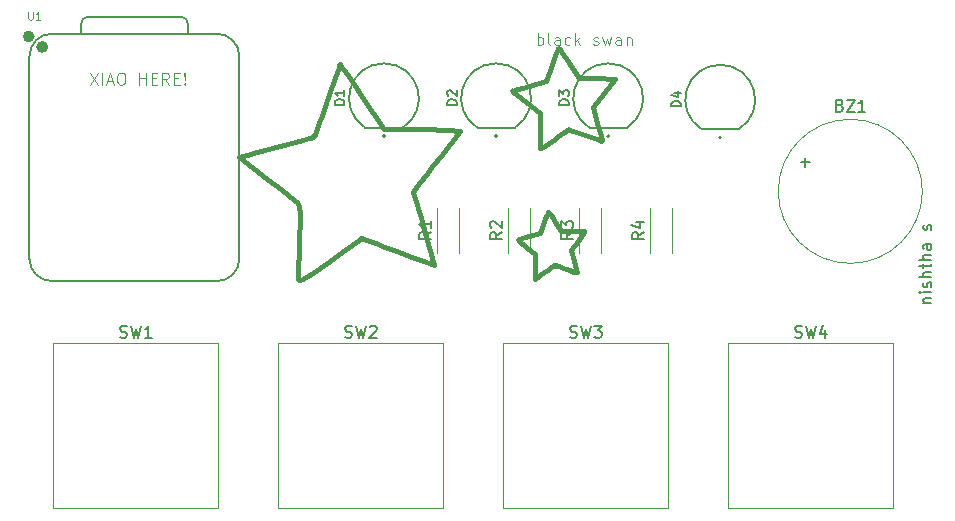
<source format=gbr>
%TF.GenerationSoftware,KiCad,Pcbnew,9.0.2*%
%TF.CreationDate,2025-08-01T16:28:31+05:30*%
%TF.ProjectId,xiao-timer,7869616f-2d74-4696-9d65-722e6b696361,rev?*%
%TF.SameCoordinates,Original*%
%TF.FileFunction,Legend,Top*%
%TF.FilePolarity,Positive*%
%FSLAX46Y46*%
G04 Gerber Fmt 4.6, Leading zero omitted, Abs format (unit mm)*
G04 Created by KiCad (PCBNEW 9.0.2) date 2025-08-01 16:28:31*
%MOMM*%
%LPD*%
G01*
G04 APERTURE LIST*
%ADD10C,0.400000*%
%ADD11C,0.100000*%
%ADD12C,0.150000*%
%ADD13C,0.101600*%
%ADD14C,0.127000*%
%ADD15C,0.200000*%
%ADD16C,0.120000*%
%ADD17C,0.504000*%
G04 APERTURE END LIST*
D10*
X129567018Y-72838955D02*
X129160874Y-71433418D01*
X125397778Y-80361431D02*
X125288844Y-80578616D01*
X126004845Y-84848993D02*
G75*
G02*
X126102646Y-84864997I-45J-307107D01*
G01*
X100779157Y-75287781D02*
X99931758Y-75524673D01*
X107744846Y-67859515D02*
G75*
G02*
X107779018Y-67836882I32254J-11585D01*
G01*
X126630763Y-73654192D02*
X126940469Y-73438871D01*
X123812765Y-69663597D02*
X123265287Y-69815243D01*
X126102642Y-84865009D02*
X126341802Y-84942018D01*
X111539025Y-83274116D02*
X112348638Y-83577389D01*
X129070374Y-74000175D02*
X129517690Y-74157292D01*
X114558370Y-77823370D02*
X115071824Y-77164557D01*
X114968328Y-82139971D02*
X114677515Y-81137127D01*
X126341802Y-84942018D02*
X126634130Y-85044377D01*
X127564435Y-84495268D02*
X127296903Y-83578161D01*
X122410160Y-70155934D02*
X122726068Y-70417404D01*
X104377245Y-86145989D02*
G75*
G02*
X104249396Y-86028223I2955J131489D01*
G01*
X126263184Y-66509281D02*
X126104332Y-66870341D01*
X103303006Y-78843670D02*
X103980678Y-79384421D01*
X106940582Y-84472471D02*
X107960123Y-83740326D01*
X129844394Y-73842503D02*
X129720406Y-73380483D01*
X127743101Y-85153252D02*
X127664472Y-84849368D01*
X130101182Y-70235455D02*
X131041490Y-69037493D01*
X123801716Y-82372493D02*
X123453197Y-82476144D01*
X123531473Y-71053972D02*
X124670015Y-71927452D01*
X123094705Y-70714303D02*
X123531473Y-71053972D01*
X129948797Y-74248211D02*
X129844394Y-73842503D01*
X101582758Y-77501841D02*
X102492320Y-78206126D01*
X107093646Y-69679358D02*
X106699515Y-70826986D01*
X104333084Y-79815139D02*
G75*
G02*
X104399396Y-80287062I-1305484J-424061D01*
G01*
X107819114Y-67859448D02*
X107819138Y-67859431D01*
X105392209Y-74007749D02*
X105282074Y-74050672D01*
X123159563Y-82577465D02*
X122921918Y-82670456D01*
X114584966Y-73315489D02*
X113677454Y-73304598D01*
X104402969Y-80836535D02*
X104330573Y-82753493D01*
X115582631Y-84237121D02*
X115474273Y-83873469D01*
X108822784Y-83123902D02*
X109601581Y-82569207D01*
X113677454Y-73304598D02*
X111511392Y-73291993D01*
X127296903Y-83578161D02*
X127888459Y-82816407D01*
X124745499Y-74942993D02*
G75*
G02*
X124714953Y-74914072I1J30593D01*
G01*
X109621091Y-82562993D02*
G75*
G02*
X109641832Y-82566728I9J-59407D01*
G01*
X117976649Y-73482493D02*
X116910082Y-73399848D01*
X125035015Y-81206989D02*
X124710839Y-82118493D01*
X125397778Y-80361431D02*
G75*
G02*
X125443864Y-80347865I29122J-13869D01*
G01*
X114326480Y-78128465D02*
X114558370Y-77823370D01*
X129160874Y-71433418D02*
X130101182Y-70235455D01*
X124300198Y-84958407D02*
X124272481Y-86006937D01*
X125165412Y-80861187D02*
X125035015Y-81206989D01*
X102688503Y-74762036D02*
X100779157Y-75287781D01*
X126314328Y-66493360D02*
G75*
G02*
X126373021Y-66548477I-106428J-172140D01*
G01*
X124272481Y-86006937D02*
X125068159Y-85427965D01*
X122410160Y-70155934D02*
G75*
G02*
X122388488Y-70113518I38340J46334D01*
G01*
X129948797Y-74248211D02*
G75*
G02*
X129940945Y-74281553I-35697J-9189D01*
G01*
X128545318Y-73806494D02*
X129070374Y-74000175D01*
X124798214Y-74927110D02*
X125103065Y-74725325D01*
X115762676Y-84831749D02*
X115582631Y-84237121D01*
X122411419Y-70079753D02*
X122411410Y-70079725D01*
X125443886Y-80347830D02*
G75*
G02*
X125495088Y-80395640I-93886J-151870D01*
G01*
X105944659Y-72970197D02*
X105626944Y-73823305D01*
X128456290Y-81965772D02*
G75*
G02*
X128479998Y-81991322I-1890J-25528D01*
G01*
X126263184Y-66509281D02*
G75*
G02*
X126314358Y-66493311I32516J-14219D01*
G01*
X99260000Y-75715000D02*
X101582758Y-77501841D01*
X123609965Y-83355281D02*
X124327915Y-83909878D01*
X129517690Y-74157292D02*
X129909998Y-74289951D01*
X125454302Y-74486007D02*
X125856749Y-74201995D01*
X103980678Y-79384421D02*
G75*
G02*
X104177181Y-79560585I-1502078J-1873179D01*
G01*
X126940469Y-73438871D02*
X127037191Y-73377698D01*
X115683978Y-76383800D02*
X116338582Y-75553832D01*
X108969047Y-69521000D02*
X108362728Y-68640213D01*
X123334840Y-83136434D02*
X123609965Y-83355281D01*
X125648070Y-80608870D02*
X125495090Y-80395639D01*
X105282074Y-74050672D02*
X105175515Y-74083052D01*
X107744846Y-67859515D02*
X107435718Y-68713734D01*
X131041490Y-69037493D02*
X129521031Y-69001949D01*
X116356342Y-73367121D02*
X115520539Y-73337777D01*
X112348638Y-83577389D02*
X113217426Y-83900677D01*
X126020048Y-81162973D02*
X125825596Y-80866912D01*
X104287964Y-83898243D02*
X104257946Y-84920357D01*
X128190891Y-81946270D02*
X127873162Y-81931861D01*
X107435718Y-68713734D02*
X107093646Y-69679358D01*
X109601581Y-82569207D02*
G75*
G02*
X109621091Y-82563004I19419J-27293D01*
G01*
X122805020Y-69953728D02*
X122411410Y-70079725D01*
X104668744Y-74218155D02*
X102688503Y-74762036D01*
X114018846Y-84197113D02*
X114596595Y-84408493D01*
X115242484Y-83081214D02*
X114968328Y-82139971D01*
X105462134Y-73974646D02*
X105392209Y-74007749D01*
X127765761Y-85454806D02*
X127765758Y-85454814D01*
X105626944Y-73823305D02*
G75*
G02*
X105556521Y-73919032I-203044J75605D01*
G01*
X105239815Y-85689359D02*
G75*
G02*
X104636008Y-86079702I-4222315J5869159D01*
G01*
X114596595Y-84408493D02*
X115762676Y-84831749D01*
X127539905Y-73469282D02*
X128012380Y-73616293D01*
X125103065Y-74725325D02*
X125454302Y-74486007D01*
X123265287Y-69815243D02*
X122805020Y-69953728D01*
X127873162Y-81931861D02*
X127495765Y-81926882D01*
X104249410Y-86028221D02*
G75*
G02*
X104238898Y-85783157I1980790J207721D01*
G01*
X129940945Y-74281553D02*
G75*
G02*
X129909993Y-74289967I-21745J18853D01*
G01*
X129521031Y-69001949D02*
X128000573Y-68966404D01*
X126373021Y-66548477D02*
X126373027Y-66548473D01*
X124692188Y-74500085D02*
X124714936Y-74914073D01*
X107960123Y-83740326D02*
X108822784Y-83123902D01*
X128480015Y-81991322D02*
G75*
G02*
X128467088Y-82033391I-75315J122D01*
G01*
X126264056Y-73912073D02*
X126630763Y-73654192D01*
X122915499Y-82766491D02*
G75*
G02*
X122892330Y-82713588I48101J52591D01*
G01*
X124714961Y-74914072D02*
X124714936Y-74914073D01*
X124670015Y-73435222D02*
X124675441Y-74013365D01*
X126614422Y-66888990D02*
X126373027Y-66548473D01*
X122915499Y-82766491D02*
X123102998Y-82938012D01*
X125856749Y-74201995D02*
X126264056Y-73912073D01*
X104330573Y-82753493D02*
X104287964Y-83898243D01*
X104177178Y-79560588D02*
G75*
G02*
X104333092Y-79815136I-452378J-452112D01*
G01*
X116910082Y-73399848D02*
X116356342Y-73367121D01*
X125241515Y-69280648D02*
X123812765Y-69663597D01*
X128115185Y-82519869D02*
X128306245Y-82259814D01*
X105556515Y-73919025D02*
G75*
G02*
X105462132Y-73974642I-266715J344725D01*
G01*
X126634130Y-85044377D02*
X126953921Y-85165672D01*
X122726068Y-70417404D02*
X123094705Y-70714303D01*
X127805979Y-85415489D02*
G75*
G02*
X127796989Y-85447374I-32979J-7911D01*
G01*
X110195392Y-82771885D02*
X110811913Y-83001467D01*
X127888459Y-82816407D02*
X128115185Y-82519869D01*
X128306245Y-82259814D02*
X128467099Y-82033399D01*
X105175515Y-74083052D02*
X104668744Y-74218155D01*
X128012380Y-73616293D02*
X128545318Y-73806494D01*
X125288844Y-80578616D02*
X125165412Y-80861187D01*
X122921930Y-82670487D02*
X122921918Y-82670456D01*
X104257946Y-84920357D02*
X104238893Y-85783157D01*
X127805979Y-85415489D02*
X127743101Y-85153252D01*
X127796978Y-85447363D02*
G75*
G02*
X127765756Y-85454823I-21678J21663D01*
G01*
X124675441Y-74013365D02*
X124692188Y-74500085D01*
X127495765Y-81926882D02*
X126511515Y-81925771D01*
X128000573Y-68966404D02*
X127204312Y-67758845D01*
X108362728Y-68640213D02*
X107819138Y-67859431D01*
X126104332Y-66870341D02*
X125925522Y-67316637D01*
X123453197Y-82476144D02*
X123159563Y-82577465D01*
X104636007Y-86079700D02*
G75*
G02*
X104377245Y-86145996I-247607J428300D01*
G01*
X102492320Y-78206126D02*
X103303006Y-78843670D01*
X129720406Y-73380483D02*
X129567018Y-72838955D01*
X113217426Y-83900677D02*
X114018846Y-84197113D01*
X109641838Y-82566713D02*
X110195392Y-82771885D01*
X127534897Y-85379049D02*
X127765758Y-85454814D01*
X109676954Y-70566312D02*
X108969047Y-69521000D01*
X110811913Y-83001467D02*
X111539025Y-83274116D01*
X125383233Y-85206167D02*
X125671527Y-85019066D01*
X125825596Y-80866912D02*
X125648070Y-80608870D01*
X127266224Y-85284553D02*
X127534897Y-85379049D01*
X126511515Y-81925771D02*
X126020048Y-81162973D01*
X113952444Y-78631761D02*
X114326480Y-78128465D01*
X106699515Y-70826986D02*
X106300907Y-71981599D01*
X111511392Y-73291993D02*
X109676954Y-70566312D01*
X125671527Y-85019066D02*
X125916375Y-84872731D01*
X126953921Y-85165672D02*
X127266224Y-85284553D01*
X122388473Y-70113519D02*
G75*
G02*
X122411414Y-70079738I32927J2319D01*
G01*
X123102998Y-82938012D02*
X123334840Y-83136434D01*
X127664472Y-84849368D02*
X127564435Y-84495268D01*
X106300907Y-71981599D02*
X105944659Y-72970197D01*
X99931758Y-75524673D02*
X99260000Y-75715000D01*
X115071824Y-77164557D02*
X115683978Y-76383800D01*
X125916375Y-84872731D02*
G75*
G02*
X126004845Y-84848976I88525J-153069D01*
G01*
X125731059Y-67858042D02*
X125241515Y-69280648D01*
X125068159Y-85427965D02*
X125383233Y-85206167D01*
X127204312Y-67758845D02*
X126892380Y-67291886D01*
X124327915Y-83909878D02*
X124300198Y-84958407D01*
X127037191Y-73377698D02*
G75*
G02*
X127148000Y-73364077I71509J-124202D01*
G01*
X128456290Y-81965772D02*
X128190891Y-81946270D01*
X127148003Y-73364066D02*
X127539905Y-73469282D01*
X124670015Y-71927452D02*
X124670015Y-73435222D01*
X104399404Y-80287062D02*
X104402969Y-80836535D01*
X124710839Y-82118493D02*
X123801716Y-82372493D01*
X124798214Y-74927110D02*
G75*
G02*
X124745499Y-74942997I-52714J79510D01*
G01*
X114677515Y-81137127D02*
X113952444Y-78631761D01*
X126892380Y-67291886D02*
X126614422Y-66888990D01*
X125925522Y-67316637D02*
X125731059Y-67858042D01*
X107779015Y-67836931D02*
G75*
G02*
X107819099Y-67859458I-3115J-52469D01*
G01*
X116338582Y-75553832D02*
X117976649Y-73482493D01*
X105239815Y-85689359D02*
X106940582Y-84472471D01*
X115474273Y-83873469D02*
X115242484Y-83081214D01*
X115520539Y-73337777D02*
X114584966Y-73315489D01*
X122892304Y-82713588D02*
G75*
G02*
X122921925Y-82670474I46496J-212D01*
G01*
D11*
X86587392Y-68542419D02*
X87254058Y-69542419D01*
X87254058Y-68542419D02*
X86587392Y-69542419D01*
X87635011Y-69542419D02*
X87635011Y-68542419D01*
X88063582Y-69256704D02*
X88539772Y-69256704D01*
X87968344Y-69542419D02*
X88301677Y-68542419D01*
X88301677Y-68542419D02*
X88635010Y-69542419D01*
X89158820Y-68542419D02*
X89349296Y-68542419D01*
X89349296Y-68542419D02*
X89444534Y-68590038D01*
X89444534Y-68590038D02*
X89539772Y-68685276D01*
X89539772Y-68685276D02*
X89587391Y-68875752D01*
X89587391Y-68875752D02*
X89587391Y-69209085D01*
X89587391Y-69209085D02*
X89539772Y-69399561D01*
X89539772Y-69399561D02*
X89444534Y-69494800D01*
X89444534Y-69494800D02*
X89349296Y-69542419D01*
X89349296Y-69542419D02*
X89158820Y-69542419D01*
X89158820Y-69542419D02*
X89063582Y-69494800D01*
X89063582Y-69494800D02*
X88968344Y-69399561D01*
X88968344Y-69399561D02*
X88920725Y-69209085D01*
X88920725Y-69209085D02*
X88920725Y-68875752D01*
X88920725Y-68875752D02*
X88968344Y-68685276D01*
X88968344Y-68685276D02*
X89063582Y-68590038D01*
X89063582Y-68590038D02*
X89158820Y-68542419D01*
X90777868Y-69542419D02*
X90777868Y-68542419D01*
X90777868Y-69018609D02*
X91349296Y-69018609D01*
X91349296Y-69542419D02*
X91349296Y-68542419D01*
X91825487Y-69018609D02*
X92158820Y-69018609D01*
X92301677Y-69542419D02*
X91825487Y-69542419D01*
X91825487Y-69542419D02*
X91825487Y-68542419D01*
X91825487Y-68542419D02*
X92301677Y-68542419D01*
X93301677Y-69542419D02*
X92968344Y-69066228D01*
X92730249Y-69542419D02*
X92730249Y-68542419D01*
X92730249Y-68542419D02*
X93111201Y-68542419D01*
X93111201Y-68542419D02*
X93206439Y-68590038D01*
X93206439Y-68590038D02*
X93254058Y-68637657D01*
X93254058Y-68637657D02*
X93301677Y-68732895D01*
X93301677Y-68732895D02*
X93301677Y-68875752D01*
X93301677Y-68875752D02*
X93254058Y-68970990D01*
X93254058Y-68970990D02*
X93206439Y-69018609D01*
X93206439Y-69018609D02*
X93111201Y-69066228D01*
X93111201Y-69066228D02*
X92730249Y-69066228D01*
X93730249Y-69018609D02*
X94063582Y-69018609D01*
X94206439Y-69542419D02*
X93730249Y-69542419D01*
X93730249Y-69542419D02*
X93730249Y-68542419D01*
X93730249Y-68542419D02*
X94206439Y-68542419D01*
X94635011Y-69447180D02*
X94682630Y-69494800D01*
X94682630Y-69494800D02*
X94635011Y-69542419D01*
X94635011Y-69542419D02*
X94587392Y-69494800D01*
X94587392Y-69494800D02*
X94635011Y-69447180D01*
X94635011Y-69447180D02*
X94635011Y-69542419D01*
X94635011Y-69161466D02*
X94587392Y-68590038D01*
X94587392Y-68590038D02*
X94635011Y-68542419D01*
X94635011Y-68542419D02*
X94682630Y-68590038D01*
X94682630Y-68590038D02*
X94635011Y-69161466D01*
X94635011Y-69161466D02*
X94635011Y-68542419D01*
D12*
X157173152Y-88043220D02*
X157839819Y-88043220D01*
X157268390Y-88043220D02*
X157220771Y-87995601D01*
X157220771Y-87995601D02*
X157173152Y-87900363D01*
X157173152Y-87900363D02*
X157173152Y-87757506D01*
X157173152Y-87757506D02*
X157220771Y-87662268D01*
X157220771Y-87662268D02*
X157316009Y-87614649D01*
X157316009Y-87614649D02*
X157839819Y-87614649D01*
X157839819Y-87138458D02*
X157173152Y-87138458D01*
X156839819Y-87138458D02*
X156887438Y-87186077D01*
X156887438Y-87186077D02*
X156935057Y-87138458D01*
X156935057Y-87138458D02*
X156887438Y-87090839D01*
X156887438Y-87090839D02*
X156839819Y-87138458D01*
X156839819Y-87138458D02*
X156935057Y-87138458D01*
X157792200Y-86709887D02*
X157839819Y-86614649D01*
X157839819Y-86614649D02*
X157839819Y-86424173D01*
X157839819Y-86424173D02*
X157792200Y-86328935D01*
X157792200Y-86328935D02*
X157696961Y-86281316D01*
X157696961Y-86281316D02*
X157649342Y-86281316D01*
X157649342Y-86281316D02*
X157554104Y-86328935D01*
X157554104Y-86328935D02*
X157506485Y-86424173D01*
X157506485Y-86424173D02*
X157506485Y-86567030D01*
X157506485Y-86567030D02*
X157458866Y-86662268D01*
X157458866Y-86662268D02*
X157363628Y-86709887D01*
X157363628Y-86709887D02*
X157316009Y-86709887D01*
X157316009Y-86709887D02*
X157220771Y-86662268D01*
X157220771Y-86662268D02*
X157173152Y-86567030D01*
X157173152Y-86567030D02*
X157173152Y-86424173D01*
X157173152Y-86424173D02*
X157220771Y-86328935D01*
X157839819Y-85852744D02*
X156839819Y-85852744D01*
X157839819Y-85424173D02*
X157316009Y-85424173D01*
X157316009Y-85424173D02*
X157220771Y-85471792D01*
X157220771Y-85471792D02*
X157173152Y-85567030D01*
X157173152Y-85567030D02*
X157173152Y-85709887D01*
X157173152Y-85709887D02*
X157220771Y-85805125D01*
X157220771Y-85805125D02*
X157268390Y-85852744D01*
X157173152Y-85090839D02*
X157173152Y-84709887D01*
X156839819Y-84947982D02*
X157696961Y-84947982D01*
X157696961Y-84947982D02*
X157792200Y-84900363D01*
X157792200Y-84900363D02*
X157839819Y-84805125D01*
X157839819Y-84805125D02*
X157839819Y-84709887D01*
X157839819Y-84376553D02*
X156839819Y-84376553D01*
X157839819Y-83947982D02*
X157316009Y-83947982D01*
X157316009Y-83947982D02*
X157220771Y-83995601D01*
X157220771Y-83995601D02*
X157173152Y-84090839D01*
X157173152Y-84090839D02*
X157173152Y-84233696D01*
X157173152Y-84233696D02*
X157220771Y-84328934D01*
X157220771Y-84328934D02*
X157268390Y-84376553D01*
X157839819Y-83043220D02*
X157316009Y-83043220D01*
X157316009Y-83043220D02*
X157220771Y-83090839D01*
X157220771Y-83090839D02*
X157173152Y-83186077D01*
X157173152Y-83186077D02*
X157173152Y-83376553D01*
X157173152Y-83376553D02*
X157220771Y-83471791D01*
X157792200Y-83043220D02*
X157839819Y-83138458D01*
X157839819Y-83138458D02*
X157839819Y-83376553D01*
X157839819Y-83376553D02*
X157792200Y-83471791D01*
X157792200Y-83471791D02*
X157696961Y-83519410D01*
X157696961Y-83519410D02*
X157601723Y-83519410D01*
X157601723Y-83519410D02*
X157506485Y-83471791D01*
X157506485Y-83471791D02*
X157458866Y-83376553D01*
X157458866Y-83376553D02*
X157458866Y-83138458D01*
X157458866Y-83138458D02*
X157411247Y-83043220D01*
X157792200Y-81852743D02*
X157839819Y-81757505D01*
X157839819Y-81757505D02*
X157839819Y-81567029D01*
X157839819Y-81567029D02*
X157792200Y-81471791D01*
X157792200Y-81471791D02*
X157696961Y-81424172D01*
X157696961Y-81424172D02*
X157649342Y-81424172D01*
X157649342Y-81424172D02*
X157554104Y-81471791D01*
X157554104Y-81471791D02*
X157506485Y-81567029D01*
X157506485Y-81567029D02*
X157506485Y-81709886D01*
X157506485Y-81709886D02*
X157458866Y-81805124D01*
X157458866Y-81805124D02*
X157363628Y-81852743D01*
X157363628Y-81852743D02*
X157316009Y-81852743D01*
X157316009Y-81852743D02*
X157220771Y-81805124D01*
X157220771Y-81805124D02*
X157173152Y-81709886D01*
X157173152Y-81709886D02*
X157173152Y-81567029D01*
X157173152Y-81567029D02*
X157220771Y-81471791D01*
D11*
X124523884Y-66192419D02*
X124523884Y-65192419D01*
X124523884Y-65573371D02*
X124619122Y-65525752D01*
X124619122Y-65525752D02*
X124809598Y-65525752D01*
X124809598Y-65525752D02*
X124904836Y-65573371D01*
X124904836Y-65573371D02*
X124952455Y-65620990D01*
X124952455Y-65620990D02*
X125000074Y-65716228D01*
X125000074Y-65716228D02*
X125000074Y-66001942D01*
X125000074Y-66001942D02*
X124952455Y-66097180D01*
X124952455Y-66097180D02*
X124904836Y-66144800D01*
X124904836Y-66144800D02*
X124809598Y-66192419D01*
X124809598Y-66192419D02*
X124619122Y-66192419D01*
X124619122Y-66192419D02*
X124523884Y-66144800D01*
X125571503Y-66192419D02*
X125476265Y-66144800D01*
X125476265Y-66144800D02*
X125428646Y-66049561D01*
X125428646Y-66049561D02*
X125428646Y-65192419D01*
X126381027Y-66192419D02*
X126381027Y-65668609D01*
X126381027Y-65668609D02*
X126333408Y-65573371D01*
X126333408Y-65573371D02*
X126238170Y-65525752D01*
X126238170Y-65525752D02*
X126047694Y-65525752D01*
X126047694Y-65525752D02*
X125952456Y-65573371D01*
X126381027Y-66144800D02*
X126285789Y-66192419D01*
X126285789Y-66192419D02*
X126047694Y-66192419D01*
X126047694Y-66192419D02*
X125952456Y-66144800D01*
X125952456Y-66144800D02*
X125904837Y-66049561D01*
X125904837Y-66049561D02*
X125904837Y-65954323D01*
X125904837Y-65954323D02*
X125952456Y-65859085D01*
X125952456Y-65859085D02*
X126047694Y-65811466D01*
X126047694Y-65811466D02*
X126285789Y-65811466D01*
X126285789Y-65811466D02*
X126381027Y-65763847D01*
X127285789Y-66144800D02*
X127190551Y-66192419D01*
X127190551Y-66192419D02*
X127000075Y-66192419D01*
X127000075Y-66192419D02*
X126904837Y-66144800D01*
X126904837Y-66144800D02*
X126857218Y-66097180D01*
X126857218Y-66097180D02*
X126809599Y-66001942D01*
X126809599Y-66001942D02*
X126809599Y-65716228D01*
X126809599Y-65716228D02*
X126857218Y-65620990D01*
X126857218Y-65620990D02*
X126904837Y-65573371D01*
X126904837Y-65573371D02*
X127000075Y-65525752D01*
X127000075Y-65525752D02*
X127190551Y-65525752D01*
X127190551Y-65525752D02*
X127285789Y-65573371D01*
X127714361Y-66192419D02*
X127714361Y-65192419D01*
X127809599Y-65811466D02*
X128095313Y-66192419D01*
X128095313Y-65525752D02*
X127714361Y-65906704D01*
X129238171Y-66144800D02*
X129333409Y-66192419D01*
X129333409Y-66192419D02*
X129523885Y-66192419D01*
X129523885Y-66192419D02*
X129619123Y-66144800D01*
X129619123Y-66144800D02*
X129666742Y-66049561D01*
X129666742Y-66049561D02*
X129666742Y-66001942D01*
X129666742Y-66001942D02*
X129619123Y-65906704D01*
X129619123Y-65906704D02*
X129523885Y-65859085D01*
X129523885Y-65859085D02*
X129381028Y-65859085D01*
X129381028Y-65859085D02*
X129285790Y-65811466D01*
X129285790Y-65811466D02*
X129238171Y-65716228D01*
X129238171Y-65716228D02*
X129238171Y-65668609D01*
X129238171Y-65668609D02*
X129285790Y-65573371D01*
X129285790Y-65573371D02*
X129381028Y-65525752D01*
X129381028Y-65525752D02*
X129523885Y-65525752D01*
X129523885Y-65525752D02*
X129619123Y-65573371D01*
X130000076Y-65525752D02*
X130190552Y-66192419D01*
X130190552Y-66192419D02*
X130381028Y-65716228D01*
X130381028Y-65716228D02*
X130571504Y-66192419D01*
X130571504Y-66192419D02*
X130761980Y-65525752D01*
X131571504Y-66192419D02*
X131571504Y-65668609D01*
X131571504Y-65668609D02*
X131523885Y-65573371D01*
X131523885Y-65573371D02*
X131428647Y-65525752D01*
X131428647Y-65525752D02*
X131238171Y-65525752D01*
X131238171Y-65525752D02*
X131142933Y-65573371D01*
X131571504Y-66144800D02*
X131476266Y-66192419D01*
X131476266Y-66192419D02*
X131238171Y-66192419D01*
X131238171Y-66192419D02*
X131142933Y-66144800D01*
X131142933Y-66144800D02*
X131095314Y-66049561D01*
X131095314Y-66049561D02*
X131095314Y-65954323D01*
X131095314Y-65954323D02*
X131142933Y-65859085D01*
X131142933Y-65859085D02*
X131238171Y-65811466D01*
X131238171Y-65811466D02*
X131476266Y-65811466D01*
X131476266Y-65811466D02*
X131571504Y-65763847D01*
X132047695Y-65525752D02*
X132047695Y-66192419D01*
X132047695Y-65620990D02*
X132095314Y-65573371D01*
X132095314Y-65573371D02*
X132190552Y-65525752D01*
X132190552Y-65525752D02*
X132333409Y-65525752D01*
X132333409Y-65525752D02*
X132428647Y-65573371D01*
X132428647Y-65573371D02*
X132476266Y-65668609D01*
X132476266Y-65668609D02*
X132476266Y-66192419D01*
D12*
X117644154Y-71260047D02*
X116844154Y-71260047D01*
X116844154Y-71260047D02*
X116844154Y-71069571D01*
X116844154Y-71069571D02*
X116882249Y-70955285D01*
X116882249Y-70955285D02*
X116958439Y-70879095D01*
X116958439Y-70879095D02*
X117034630Y-70841000D01*
X117034630Y-70841000D02*
X117187011Y-70802904D01*
X117187011Y-70802904D02*
X117301297Y-70802904D01*
X117301297Y-70802904D02*
X117453678Y-70841000D01*
X117453678Y-70841000D02*
X117529868Y-70879095D01*
X117529868Y-70879095D02*
X117606059Y-70955285D01*
X117606059Y-70955285D02*
X117644154Y-71069571D01*
X117644154Y-71069571D02*
X117644154Y-71260047D01*
X116920344Y-70498143D02*
X116882249Y-70460047D01*
X116882249Y-70460047D02*
X116844154Y-70383857D01*
X116844154Y-70383857D02*
X116844154Y-70193381D01*
X116844154Y-70193381D02*
X116882249Y-70117190D01*
X116882249Y-70117190D02*
X116920344Y-70079095D01*
X116920344Y-70079095D02*
X116996535Y-70041000D01*
X116996535Y-70041000D02*
X117072725Y-70041000D01*
X117072725Y-70041000D02*
X117187011Y-70079095D01*
X117187011Y-70079095D02*
X117644154Y-70536238D01*
X117644154Y-70536238D02*
X117644154Y-70041000D01*
X108154083Y-71260047D02*
X107354083Y-71260047D01*
X107354083Y-71260047D02*
X107354083Y-71069571D01*
X107354083Y-71069571D02*
X107392178Y-70955285D01*
X107392178Y-70955285D02*
X107468368Y-70879095D01*
X107468368Y-70879095D02*
X107544559Y-70841000D01*
X107544559Y-70841000D02*
X107696940Y-70802904D01*
X107696940Y-70802904D02*
X107811226Y-70802904D01*
X107811226Y-70802904D02*
X107963607Y-70841000D01*
X107963607Y-70841000D02*
X108039797Y-70879095D01*
X108039797Y-70879095D02*
X108115988Y-70955285D01*
X108115988Y-70955285D02*
X108154083Y-71069571D01*
X108154083Y-71069571D02*
X108154083Y-71260047D01*
X108154083Y-70041000D02*
X108154083Y-70498143D01*
X108154083Y-70269571D02*
X107354083Y-70269571D01*
X107354083Y-70269571D02*
X107468368Y-70345762D01*
X107468368Y-70345762D02*
X107544559Y-70421952D01*
X107544559Y-70421952D02*
X107582654Y-70498143D01*
X127134224Y-71260047D02*
X126334224Y-71260047D01*
X126334224Y-71260047D02*
X126334224Y-71069571D01*
X126334224Y-71069571D02*
X126372319Y-70955285D01*
X126372319Y-70955285D02*
X126448509Y-70879095D01*
X126448509Y-70879095D02*
X126524700Y-70841000D01*
X126524700Y-70841000D02*
X126677081Y-70802904D01*
X126677081Y-70802904D02*
X126791367Y-70802904D01*
X126791367Y-70802904D02*
X126943748Y-70841000D01*
X126943748Y-70841000D02*
X127019938Y-70879095D01*
X127019938Y-70879095D02*
X127096129Y-70955285D01*
X127096129Y-70955285D02*
X127134224Y-71069571D01*
X127134224Y-71069571D02*
X127134224Y-71260047D01*
X126334224Y-70536238D02*
X126334224Y-70041000D01*
X126334224Y-70041000D02*
X126638986Y-70307666D01*
X126638986Y-70307666D02*
X126638986Y-70193381D01*
X126638986Y-70193381D02*
X126677081Y-70117190D01*
X126677081Y-70117190D02*
X126715176Y-70079095D01*
X126715176Y-70079095D02*
X126791367Y-70041000D01*
X126791367Y-70041000D02*
X126981843Y-70041000D01*
X126981843Y-70041000D02*
X127058033Y-70079095D01*
X127058033Y-70079095D02*
X127096129Y-70117190D01*
X127096129Y-70117190D02*
X127134224Y-70193381D01*
X127134224Y-70193381D02*
X127134224Y-70421952D01*
X127134224Y-70421952D02*
X127096129Y-70498143D01*
X127096129Y-70498143D02*
X127058033Y-70536238D01*
X121479236Y-82059166D02*
X121003045Y-82392499D01*
X121479236Y-82630594D02*
X120479236Y-82630594D01*
X120479236Y-82630594D02*
X120479236Y-82249642D01*
X120479236Y-82249642D02*
X120526855Y-82154404D01*
X120526855Y-82154404D02*
X120574474Y-82106785D01*
X120574474Y-82106785D02*
X120669712Y-82059166D01*
X120669712Y-82059166D02*
X120812569Y-82059166D01*
X120812569Y-82059166D02*
X120907807Y-82106785D01*
X120907807Y-82106785D02*
X120955426Y-82154404D01*
X120955426Y-82154404D02*
X121003045Y-82249642D01*
X121003045Y-82249642D02*
X121003045Y-82630594D01*
X120574474Y-81678213D02*
X120526855Y-81630594D01*
X120526855Y-81630594D02*
X120479236Y-81535356D01*
X120479236Y-81535356D02*
X120479236Y-81297261D01*
X120479236Y-81297261D02*
X120526855Y-81202023D01*
X120526855Y-81202023D02*
X120574474Y-81154404D01*
X120574474Y-81154404D02*
X120669712Y-81106785D01*
X120669712Y-81106785D02*
X120764950Y-81106785D01*
X120764950Y-81106785D02*
X120907807Y-81154404D01*
X120907807Y-81154404D02*
X121479236Y-81725832D01*
X121479236Y-81725832D02*
X121479236Y-81106785D01*
X127254167Y-90933200D02*
X127397024Y-90980819D01*
X127397024Y-90980819D02*
X127635119Y-90980819D01*
X127635119Y-90980819D02*
X127730357Y-90933200D01*
X127730357Y-90933200D02*
X127777976Y-90885580D01*
X127777976Y-90885580D02*
X127825595Y-90790342D01*
X127825595Y-90790342D02*
X127825595Y-90695104D01*
X127825595Y-90695104D02*
X127777976Y-90599866D01*
X127777976Y-90599866D02*
X127730357Y-90552247D01*
X127730357Y-90552247D02*
X127635119Y-90504628D01*
X127635119Y-90504628D02*
X127444643Y-90457009D01*
X127444643Y-90457009D02*
X127349405Y-90409390D01*
X127349405Y-90409390D02*
X127301786Y-90361771D01*
X127301786Y-90361771D02*
X127254167Y-90266533D01*
X127254167Y-90266533D02*
X127254167Y-90171295D01*
X127254167Y-90171295D02*
X127301786Y-90076057D01*
X127301786Y-90076057D02*
X127349405Y-90028438D01*
X127349405Y-90028438D02*
X127444643Y-89980819D01*
X127444643Y-89980819D02*
X127682738Y-89980819D01*
X127682738Y-89980819D02*
X127825595Y-90028438D01*
X128158929Y-89980819D02*
X128397024Y-90980819D01*
X128397024Y-90980819D02*
X128587500Y-90266533D01*
X128587500Y-90266533D02*
X128777976Y-90980819D01*
X128777976Y-90980819D02*
X129016072Y-89980819D01*
X129301786Y-89980819D02*
X129920833Y-89980819D01*
X129920833Y-89980819D02*
X129587500Y-90361771D01*
X129587500Y-90361771D02*
X129730357Y-90361771D01*
X129730357Y-90361771D02*
X129825595Y-90409390D01*
X129825595Y-90409390D02*
X129873214Y-90457009D01*
X129873214Y-90457009D02*
X129920833Y-90552247D01*
X129920833Y-90552247D02*
X129920833Y-90790342D01*
X129920833Y-90790342D02*
X129873214Y-90885580D01*
X129873214Y-90885580D02*
X129825595Y-90933200D01*
X129825595Y-90933200D02*
X129730357Y-90980819D01*
X129730357Y-90980819D02*
X129444643Y-90980819D01*
X129444643Y-90980819D02*
X129349405Y-90933200D01*
X129349405Y-90933200D02*
X129301786Y-90885580D01*
D13*
X81386190Y-63431979D02*
X81386190Y-63946026D01*
X81386190Y-63946026D02*
X81416428Y-64006502D01*
X81416428Y-64006502D02*
X81446666Y-64036741D01*
X81446666Y-64036741D02*
X81507142Y-64066979D01*
X81507142Y-64066979D02*
X81628095Y-64066979D01*
X81628095Y-64066979D02*
X81688571Y-64036741D01*
X81688571Y-64036741D02*
X81718809Y-64006502D01*
X81718809Y-64006502D02*
X81749047Y-63946026D01*
X81749047Y-63946026D02*
X81749047Y-63431979D01*
X82384047Y-64066979D02*
X82021190Y-64066979D01*
X82202618Y-64066979D02*
X82202618Y-63431979D01*
X82202618Y-63431979D02*
X82142142Y-63522693D01*
X82142142Y-63522693D02*
X82081666Y-63583169D01*
X82081666Y-63583169D02*
X82021190Y-63613407D01*
D12*
X127489902Y-82059166D02*
X127013711Y-82392499D01*
X127489902Y-82630594D02*
X126489902Y-82630594D01*
X126489902Y-82630594D02*
X126489902Y-82249642D01*
X126489902Y-82249642D02*
X126537521Y-82154404D01*
X126537521Y-82154404D02*
X126585140Y-82106785D01*
X126585140Y-82106785D02*
X126680378Y-82059166D01*
X126680378Y-82059166D02*
X126823235Y-82059166D01*
X126823235Y-82059166D02*
X126918473Y-82106785D01*
X126918473Y-82106785D02*
X126966092Y-82154404D01*
X126966092Y-82154404D02*
X127013711Y-82249642D01*
X127013711Y-82249642D02*
X127013711Y-82630594D01*
X126489902Y-81725832D02*
X126489902Y-81106785D01*
X126489902Y-81106785D02*
X126870854Y-81440118D01*
X126870854Y-81440118D02*
X126870854Y-81297261D01*
X126870854Y-81297261D02*
X126918473Y-81202023D01*
X126918473Y-81202023D02*
X126966092Y-81154404D01*
X126966092Y-81154404D02*
X127061330Y-81106785D01*
X127061330Y-81106785D02*
X127299425Y-81106785D01*
X127299425Y-81106785D02*
X127394663Y-81154404D01*
X127394663Y-81154404D02*
X127442283Y-81202023D01*
X127442283Y-81202023D02*
X127489902Y-81297261D01*
X127489902Y-81297261D02*
X127489902Y-81582975D01*
X127489902Y-81582975D02*
X127442283Y-81678213D01*
X127442283Y-81678213D02*
X127394663Y-81725832D01*
X136624295Y-71380475D02*
X135824295Y-71380475D01*
X135824295Y-71380475D02*
X135824295Y-71189999D01*
X135824295Y-71189999D02*
X135862390Y-71075713D01*
X135862390Y-71075713D02*
X135938580Y-70999523D01*
X135938580Y-70999523D02*
X136014771Y-70961428D01*
X136014771Y-70961428D02*
X136167152Y-70923332D01*
X136167152Y-70923332D02*
X136281438Y-70923332D01*
X136281438Y-70923332D02*
X136433819Y-70961428D01*
X136433819Y-70961428D02*
X136510009Y-70999523D01*
X136510009Y-70999523D02*
X136586200Y-71075713D01*
X136586200Y-71075713D02*
X136624295Y-71189999D01*
X136624295Y-71189999D02*
X136624295Y-71380475D01*
X136090961Y-70237618D02*
X136624295Y-70237618D01*
X135786200Y-70428094D02*
X136357628Y-70618571D01*
X136357628Y-70618571D02*
X136357628Y-70123332D01*
X150100297Y-71312259D02*
X150243154Y-71359878D01*
X150243154Y-71359878D02*
X150290773Y-71407497D01*
X150290773Y-71407497D02*
X150338392Y-71502735D01*
X150338392Y-71502735D02*
X150338392Y-71645592D01*
X150338392Y-71645592D02*
X150290773Y-71740830D01*
X150290773Y-71740830D02*
X150243154Y-71788450D01*
X150243154Y-71788450D02*
X150147916Y-71836069D01*
X150147916Y-71836069D02*
X149766964Y-71836069D01*
X149766964Y-71836069D02*
X149766964Y-70836069D01*
X149766964Y-70836069D02*
X150100297Y-70836069D01*
X150100297Y-70836069D02*
X150195535Y-70883688D01*
X150195535Y-70883688D02*
X150243154Y-70931307D01*
X150243154Y-70931307D02*
X150290773Y-71026545D01*
X150290773Y-71026545D02*
X150290773Y-71121783D01*
X150290773Y-71121783D02*
X150243154Y-71217021D01*
X150243154Y-71217021D02*
X150195535Y-71264640D01*
X150195535Y-71264640D02*
X150100297Y-71312259D01*
X150100297Y-71312259D02*
X149766964Y-71312259D01*
X150671726Y-70836069D02*
X151338392Y-70836069D01*
X151338392Y-70836069D02*
X150671726Y-71836069D01*
X150671726Y-71836069D02*
X151338392Y-71836069D01*
X152243154Y-71836069D02*
X151671726Y-71836069D01*
X151957440Y-71836069D02*
X151957440Y-70836069D01*
X151957440Y-70836069D02*
X151862202Y-70978926D01*
X151862202Y-70978926D02*
X151766964Y-71074164D01*
X151766964Y-71074164D02*
X151671726Y-71121783D01*
X146790298Y-76115116D02*
X147552203Y-76115116D01*
X147171250Y-76496069D02*
X147171250Y-75734164D01*
X89154167Y-90933200D02*
X89297024Y-90980819D01*
X89297024Y-90980819D02*
X89535119Y-90980819D01*
X89535119Y-90980819D02*
X89630357Y-90933200D01*
X89630357Y-90933200D02*
X89677976Y-90885580D01*
X89677976Y-90885580D02*
X89725595Y-90790342D01*
X89725595Y-90790342D02*
X89725595Y-90695104D01*
X89725595Y-90695104D02*
X89677976Y-90599866D01*
X89677976Y-90599866D02*
X89630357Y-90552247D01*
X89630357Y-90552247D02*
X89535119Y-90504628D01*
X89535119Y-90504628D02*
X89344643Y-90457009D01*
X89344643Y-90457009D02*
X89249405Y-90409390D01*
X89249405Y-90409390D02*
X89201786Y-90361771D01*
X89201786Y-90361771D02*
X89154167Y-90266533D01*
X89154167Y-90266533D02*
X89154167Y-90171295D01*
X89154167Y-90171295D02*
X89201786Y-90076057D01*
X89201786Y-90076057D02*
X89249405Y-90028438D01*
X89249405Y-90028438D02*
X89344643Y-89980819D01*
X89344643Y-89980819D02*
X89582738Y-89980819D01*
X89582738Y-89980819D02*
X89725595Y-90028438D01*
X90058929Y-89980819D02*
X90297024Y-90980819D01*
X90297024Y-90980819D02*
X90487500Y-90266533D01*
X90487500Y-90266533D02*
X90677976Y-90980819D01*
X90677976Y-90980819D02*
X90916072Y-89980819D01*
X91820833Y-90980819D02*
X91249405Y-90980819D01*
X91535119Y-90980819D02*
X91535119Y-89980819D01*
X91535119Y-89980819D02*
X91439881Y-90123676D01*
X91439881Y-90123676D02*
X91344643Y-90218914D01*
X91344643Y-90218914D02*
X91249405Y-90266533D01*
X146304167Y-90933200D02*
X146447024Y-90980819D01*
X146447024Y-90980819D02*
X146685119Y-90980819D01*
X146685119Y-90980819D02*
X146780357Y-90933200D01*
X146780357Y-90933200D02*
X146827976Y-90885580D01*
X146827976Y-90885580D02*
X146875595Y-90790342D01*
X146875595Y-90790342D02*
X146875595Y-90695104D01*
X146875595Y-90695104D02*
X146827976Y-90599866D01*
X146827976Y-90599866D02*
X146780357Y-90552247D01*
X146780357Y-90552247D02*
X146685119Y-90504628D01*
X146685119Y-90504628D02*
X146494643Y-90457009D01*
X146494643Y-90457009D02*
X146399405Y-90409390D01*
X146399405Y-90409390D02*
X146351786Y-90361771D01*
X146351786Y-90361771D02*
X146304167Y-90266533D01*
X146304167Y-90266533D02*
X146304167Y-90171295D01*
X146304167Y-90171295D02*
X146351786Y-90076057D01*
X146351786Y-90076057D02*
X146399405Y-90028438D01*
X146399405Y-90028438D02*
X146494643Y-89980819D01*
X146494643Y-89980819D02*
X146732738Y-89980819D01*
X146732738Y-89980819D02*
X146875595Y-90028438D01*
X147208929Y-89980819D02*
X147447024Y-90980819D01*
X147447024Y-90980819D02*
X147637500Y-90266533D01*
X147637500Y-90266533D02*
X147827976Y-90980819D01*
X147827976Y-90980819D02*
X148066072Y-89980819D01*
X148875595Y-90314152D02*
X148875595Y-90980819D01*
X148637500Y-89933200D02*
X148399405Y-90647485D01*
X148399405Y-90647485D02*
X149018452Y-90647485D01*
X133500569Y-82059166D02*
X133024378Y-82392499D01*
X133500569Y-82630594D02*
X132500569Y-82630594D01*
X132500569Y-82630594D02*
X132500569Y-82249642D01*
X132500569Y-82249642D02*
X132548188Y-82154404D01*
X132548188Y-82154404D02*
X132595807Y-82106785D01*
X132595807Y-82106785D02*
X132691045Y-82059166D01*
X132691045Y-82059166D02*
X132833902Y-82059166D01*
X132833902Y-82059166D02*
X132929140Y-82106785D01*
X132929140Y-82106785D02*
X132976759Y-82154404D01*
X132976759Y-82154404D02*
X133024378Y-82249642D01*
X133024378Y-82249642D02*
X133024378Y-82630594D01*
X132833902Y-81202023D02*
X133500569Y-81202023D01*
X132452950Y-81440118D02*
X133167235Y-81678213D01*
X133167235Y-81678213D02*
X133167235Y-81059166D01*
X115468569Y-82059166D02*
X114992378Y-82392499D01*
X115468569Y-82630594D02*
X114468569Y-82630594D01*
X114468569Y-82630594D02*
X114468569Y-82249642D01*
X114468569Y-82249642D02*
X114516188Y-82154404D01*
X114516188Y-82154404D02*
X114563807Y-82106785D01*
X114563807Y-82106785D02*
X114659045Y-82059166D01*
X114659045Y-82059166D02*
X114801902Y-82059166D01*
X114801902Y-82059166D02*
X114897140Y-82106785D01*
X114897140Y-82106785D02*
X114944759Y-82154404D01*
X114944759Y-82154404D02*
X114992378Y-82249642D01*
X114992378Y-82249642D02*
X114992378Y-82630594D01*
X115468569Y-81106785D02*
X115468569Y-81678213D01*
X115468569Y-81392499D02*
X114468569Y-81392499D01*
X114468569Y-81392499D02*
X114611426Y-81487737D01*
X114611426Y-81487737D02*
X114706664Y-81582975D01*
X114706664Y-81582975D02*
X114754283Y-81678213D01*
X108204167Y-90933200D02*
X108347024Y-90980819D01*
X108347024Y-90980819D02*
X108585119Y-90980819D01*
X108585119Y-90980819D02*
X108680357Y-90933200D01*
X108680357Y-90933200D02*
X108727976Y-90885580D01*
X108727976Y-90885580D02*
X108775595Y-90790342D01*
X108775595Y-90790342D02*
X108775595Y-90695104D01*
X108775595Y-90695104D02*
X108727976Y-90599866D01*
X108727976Y-90599866D02*
X108680357Y-90552247D01*
X108680357Y-90552247D02*
X108585119Y-90504628D01*
X108585119Y-90504628D02*
X108394643Y-90457009D01*
X108394643Y-90457009D02*
X108299405Y-90409390D01*
X108299405Y-90409390D02*
X108251786Y-90361771D01*
X108251786Y-90361771D02*
X108204167Y-90266533D01*
X108204167Y-90266533D02*
X108204167Y-90171295D01*
X108204167Y-90171295D02*
X108251786Y-90076057D01*
X108251786Y-90076057D02*
X108299405Y-90028438D01*
X108299405Y-90028438D02*
X108394643Y-89980819D01*
X108394643Y-89980819D02*
X108632738Y-89980819D01*
X108632738Y-89980819D02*
X108775595Y-90028438D01*
X109108929Y-89980819D02*
X109347024Y-90980819D01*
X109347024Y-90980819D02*
X109537500Y-90266533D01*
X109537500Y-90266533D02*
X109727976Y-90980819D01*
X109727976Y-90980819D02*
X109966072Y-89980819D01*
X110299405Y-90076057D02*
X110347024Y-90028438D01*
X110347024Y-90028438D02*
X110442262Y-89980819D01*
X110442262Y-89980819D02*
X110680357Y-89980819D01*
X110680357Y-89980819D02*
X110775595Y-90028438D01*
X110775595Y-90028438D02*
X110823214Y-90076057D01*
X110823214Y-90076057D02*
X110870833Y-90171295D01*
X110870833Y-90171295D02*
X110870833Y-90266533D01*
X110870833Y-90266533D02*
X110823214Y-90409390D01*
X110823214Y-90409390D02*
X110251786Y-90980819D01*
X110251786Y-90980819D02*
X110870833Y-90980819D01*
D14*
%TO.C,D2*%
X119423859Y-73209572D02*
X122555859Y-73209572D01*
X119423859Y-73209572D02*
G75*
G02*
X122555859Y-73209572I1566000J2506124D01*
G01*
D15*
X121089859Y-73909572D02*
G75*
G02*
X120889859Y-73909572I-100000J0D01*
G01*
X120889859Y-73909572D02*
G75*
G02*
X121089859Y-73909572I100000J0D01*
G01*
D14*
%TO.C,D1*%
X109933788Y-73209572D02*
X113065788Y-73209572D01*
X109933788Y-73209572D02*
G75*
G02*
X113065788Y-73209572I1566000J2506124D01*
G01*
D15*
X111599788Y-73909572D02*
G75*
G02*
X111399788Y-73909572I-100000J0D01*
G01*
X111399788Y-73909572D02*
G75*
G02*
X111599788Y-73909572I100000J0D01*
G01*
D14*
%TO.C,D3*%
X128913929Y-73209572D02*
X132045929Y-73209572D01*
X128913929Y-73209572D02*
G75*
G02*
X132045929Y-73209572I1566000J2506124D01*
G01*
D15*
X130579929Y-73909572D02*
G75*
G02*
X130379929Y-73909572I-100000J0D01*
G01*
X130379929Y-73909572D02*
G75*
G02*
X130579929Y-73909572I100000J0D01*
G01*
D16*
%TO.C,R2*%
X122024417Y-83812500D02*
X122024417Y-79972500D01*
X123864417Y-83812500D02*
X123864417Y-79972500D01*
%TO.C,SW3*%
X121602500Y-91415000D02*
X135572500Y-91415000D01*
X121602500Y-105385000D02*
X121602500Y-91415000D01*
X135572500Y-91415000D02*
X135572500Y-105385000D01*
X135572500Y-105385000D02*
X121602500Y-105385000D01*
D14*
%TO.C,U1*%
X81480000Y-84287500D02*
X81480000Y-67142500D01*
X83385000Y-86192500D02*
X97355000Y-86192500D01*
X85875000Y-65237500D02*
X85878728Y-64327228D01*
X86378728Y-63827500D02*
X94374000Y-63827500D01*
X94874000Y-64327500D02*
X94874000Y-65237500D01*
D11*
X97355000Y-65237500D02*
X83385000Y-65237500D01*
D14*
X97355000Y-65237500D02*
X83385000Y-65237500D01*
X99260000Y-84287500D02*
X99260000Y-67142500D01*
X81480000Y-67142500D02*
G75*
G02*
X83385000Y-65237500I1905001J-1D01*
G01*
X83385000Y-86192500D02*
G75*
G02*
X81480000Y-84287500I1J1905001D01*
G01*
X85878728Y-64327228D02*
G75*
G02*
X86378728Y-63827501I500018J-291D01*
G01*
X94374000Y-63827500D02*
G75*
G02*
X94874000Y-64327500I0J-500000D01*
G01*
X97355000Y-65237500D02*
G75*
G02*
X99260000Y-67142500I0J-1905000D01*
G01*
X99260000Y-84287500D02*
G75*
G02*
X97355000Y-86192500I-1905000J0D01*
G01*
D17*
X81672000Y-65478500D02*
G75*
G02*
X81168000Y-65478500I-252000J0D01*
G01*
X81168000Y-65478500D02*
G75*
G02*
X81672000Y-65478500I252000J0D01*
G01*
X82815000Y-66358500D02*
G75*
G02*
X82311000Y-66358500I-252000J0D01*
G01*
X82311000Y-66358500D02*
G75*
G02*
X82815000Y-66358500I252000J0D01*
G01*
D16*
%TO.C,R3*%
X128035083Y-83812500D02*
X128035083Y-79972500D01*
X129875083Y-83812500D02*
X129875083Y-79972500D01*
D14*
%TO.C,D4*%
X138404000Y-73330000D02*
X141536000Y-73330000D01*
X138404000Y-73330000D02*
G75*
G02*
X141536000Y-73330000I1566000J2506124D01*
G01*
D15*
X140070000Y-74030000D02*
G75*
G02*
X139870000Y-74030000I-100000J0D01*
G01*
X139870000Y-74030000D02*
G75*
G02*
X140070000Y-74030000I100000J0D01*
G01*
D16*
%TO.C,BZ1*%
X157081250Y-78581250D02*
G75*
G02*
X144881250Y-78581250I-6100000J0D01*
G01*
X144881250Y-78581250D02*
G75*
G02*
X157081250Y-78581250I6100000J0D01*
G01*
%TO.C,SW1*%
X83502500Y-91415000D02*
X97472500Y-91415000D01*
X83502500Y-105385000D02*
X83502500Y-91415000D01*
X97472500Y-91415000D02*
X97472500Y-105385000D01*
X97472500Y-105385000D02*
X83502500Y-105385000D01*
%TO.C,SW4*%
X140652500Y-91415000D02*
X154622500Y-91415000D01*
X140652500Y-105385000D02*
X140652500Y-91415000D01*
X154622500Y-91415000D02*
X154622500Y-105385000D01*
X154622500Y-105385000D02*
X140652500Y-105385000D01*
%TO.C,R4*%
X134045750Y-83812500D02*
X134045750Y-79972500D01*
X135885750Y-83812500D02*
X135885750Y-79972500D01*
%TO.C,R1*%
X116013750Y-83812500D02*
X116013750Y-79972500D01*
X117853750Y-83812500D02*
X117853750Y-79972500D01*
%TO.C,SW2*%
X102552500Y-91415000D02*
X116522500Y-91415000D01*
X102552500Y-105385000D02*
X102552500Y-91415000D01*
X116522500Y-91415000D02*
X116522500Y-105385000D01*
X116522500Y-105385000D02*
X102552500Y-105385000D01*
%TD*%
M02*

</source>
